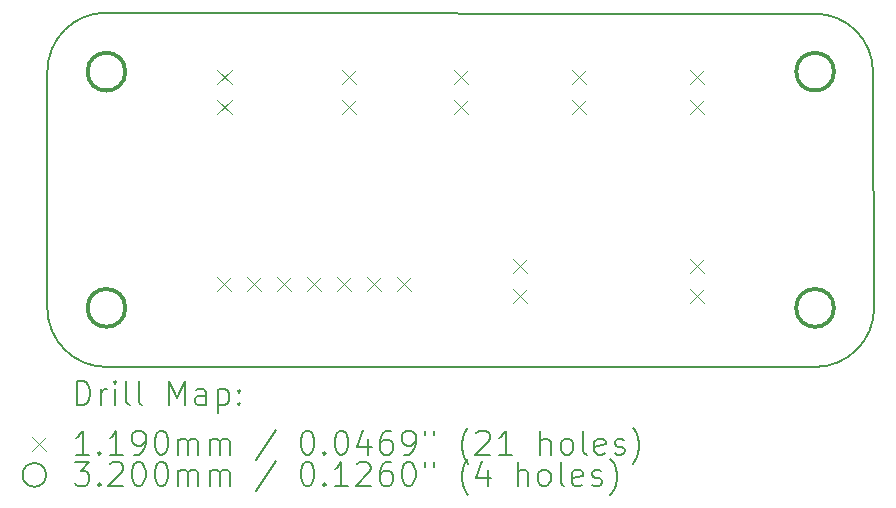
<source format=gbr>
%TF.GenerationSoftware,KiCad,Pcbnew,8.0.7*%
%TF.CreationDate,2025-01-27T22:31:37-06:00*%
%TF.ProjectId,teensy-acc-pcb,7465656e-7379-42d6-9163-632d7063622e,rev?*%
%TF.SameCoordinates,Original*%
%TF.FileFunction,Drillmap*%
%TF.FilePolarity,Positive*%
%FSLAX45Y45*%
G04 Gerber Fmt 4.5, Leading zero omitted, Abs format (unit mm)*
G04 Created by KiCad (PCBNEW 8.0.7) date 2025-01-27 22:31:37*
%MOMM*%
%LPD*%
G01*
G04 APERTURE LIST*
%ADD10C,0.200000*%
%ADD11C,0.119000*%
%ADD12C,0.320000*%
G04 APERTURE END LIST*
D10*
X8500000Y-8500000D02*
X8500000Y-10500000D01*
X15000000Y-8009709D02*
X9000000Y-8000000D01*
X15000000Y-11000000D02*
X9000000Y-11000000D01*
X15490290Y-8500000D02*
X15500000Y-10500000D01*
X8500000Y-8500000D02*
G75*
G02*
X9000000Y-8000000I500000J0D01*
G01*
X9000000Y-11000000D02*
G75*
G02*
X8500000Y-10500000I0J500000D01*
G01*
X15500000Y-10500000D02*
G75*
G02*
X15000000Y-11000000I-500000J0D01*
G01*
X15000000Y-8009709D02*
G75*
G02*
X15490290Y-8500000I0J-490290D01*
G01*
D11*
X9936500Y-10240500D02*
X10055500Y-10359500D01*
X10055500Y-10240500D02*
X9936500Y-10359500D01*
X9940500Y-8486500D02*
X10059500Y-8605500D01*
X10059500Y-8486500D02*
X9940500Y-8605500D01*
X9940500Y-8740500D02*
X10059500Y-8859500D01*
X10059500Y-8740500D02*
X9940500Y-8859500D01*
X10190500Y-10240500D02*
X10309500Y-10359500D01*
X10309500Y-10240500D02*
X10190500Y-10359500D01*
X10444500Y-10240500D02*
X10563500Y-10359500D01*
X10563500Y-10240500D02*
X10444500Y-10359500D01*
X10698500Y-10240500D02*
X10817500Y-10359500D01*
X10817500Y-10240500D02*
X10698500Y-10359500D01*
X10952500Y-10240500D02*
X11071500Y-10359500D01*
X11071500Y-10240500D02*
X10952500Y-10359500D01*
X10994500Y-8486500D02*
X11113500Y-8605500D01*
X11113500Y-8486500D02*
X10994500Y-8605500D01*
X10994500Y-8740500D02*
X11113500Y-8859500D01*
X11113500Y-8740500D02*
X10994500Y-8859500D01*
X11206500Y-10240500D02*
X11325500Y-10359500D01*
X11325500Y-10240500D02*
X11206500Y-10359500D01*
X11460500Y-10240500D02*
X11579500Y-10359500D01*
X11579500Y-10240500D02*
X11460500Y-10359500D01*
X11944500Y-8486500D02*
X12063500Y-8605500D01*
X12063500Y-8486500D02*
X11944500Y-8605500D01*
X11944500Y-8740500D02*
X12063500Y-8859500D01*
X12063500Y-8740500D02*
X11944500Y-8859500D01*
X12440500Y-10086500D02*
X12559500Y-10205500D01*
X12559500Y-10086500D02*
X12440500Y-10205500D01*
X12440500Y-10340500D02*
X12559500Y-10459500D01*
X12559500Y-10340500D02*
X12440500Y-10459500D01*
X12944500Y-8486500D02*
X13063500Y-8605500D01*
X13063500Y-8486500D02*
X12944500Y-8605500D01*
X12944500Y-8740500D02*
X13063500Y-8859500D01*
X13063500Y-8740500D02*
X12944500Y-8859500D01*
X13940500Y-10086500D02*
X14059500Y-10205500D01*
X14059500Y-10086500D02*
X13940500Y-10205500D01*
X13940500Y-10340500D02*
X14059500Y-10459500D01*
X14059500Y-10340500D02*
X13940500Y-10459500D01*
X13944500Y-8486500D02*
X14063500Y-8605500D01*
X14063500Y-8486500D02*
X13944500Y-8605500D01*
X13944500Y-8740500D02*
X14063500Y-8859500D01*
X14063500Y-8740500D02*
X13944500Y-8859500D01*
D12*
X9160000Y-8500000D02*
G75*
G02*
X8840000Y-8500000I-160000J0D01*
G01*
X8840000Y-8500000D02*
G75*
G02*
X9160000Y-8500000I160000J0D01*
G01*
X9160000Y-10500000D02*
G75*
G02*
X8840000Y-10500000I-160000J0D01*
G01*
X8840000Y-10500000D02*
G75*
G02*
X9160000Y-10500000I160000J0D01*
G01*
X15160000Y-8500000D02*
G75*
G02*
X14840000Y-8500000I-160000J0D01*
G01*
X14840000Y-8500000D02*
G75*
G02*
X15160000Y-8500000I160000J0D01*
G01*
X15160000Y-10500000D02*
G75*
G02*
X14840000Y-10500000I-160000J0D01*
G01*
X14840000Y-10500000D02*
G75*
G02*
X15160000Y-10500000I160000J0D01*
G01*
D10*
X8750777Y-11321484D02*
X8750777Y-11121484D01*
X8750777Y-11121484D02*
X8798396Y-11121484D01*
X8798396Y-11121484D02*
X8826967Y-11131008D01*
X8826967Y-11131008D02*
X8846015Y-11150055D01*
X8846015Y-11150055D02*
X8855539Y-11169103D01*
X8855539Y-11169103D02*
X8865063Y-11207198D01*
X8865063Y-11207198D02*
X8865063Y-11235769D01*
X8865063Y-11235769D02*
X8855539Y-11273865D01*
X8855539Y-11273865D02*
X8846015Y-11292912D01*
X8846015Y-11292912D02*
X8826967Y-11311960D01*
X8826967Y-11311960D02*
X8798396Y-11321484D01*
X8798396Y-11321484D02*
X8750777Y-11321484D01*
X8950777Y-11321484D02*
X8950777Y-11188150D01*
X8950777Y-11226246D02*
X8960301Y-11207198D01*
X8960301Y-11207198D02*
X8969824Y-11197674D01*
X8969824Y-11197674D02*
X8988872Y-11188150D01*
X8988872Y-11188150D02*
X9007920Y-11188150D01*
X9074586Y-11321484D02*
X9074586Y-11188150D01*
X9074586Y-11121484D02*
X9065063Y-11131008D01*
X9065063Y-11131008D02*
X9074586Y-11140531D01*
X9074586Y-11140531D02*
X9084110Y-11131008D01*
X9084110Y-11131008D02*
X9074586Y-11121484D01*
X9074586Y-11121484D02*
X9074586Y-11140531D01*
X9198396Y-11321484D02*
X9179348Y-11311960D01*
X9179348Y-11311960D02*
X9169824Y-11292912D01*
X9169824Y-11292912D02*
X9169824Y-11121484D01*
X9303158Y-11321484D02*
X9284110Y-11311960D01*
X9284110Y-11311960D02*
X9274586Y-11292912D01*
X9274586Y-11292912D02*
X9274586Y-11121484D01*
X9531729Y-11321484D02*
X9531729Y-11121484D01*
X9531729Y-11121484D02*
X9598396Y-11264341D01*
X9598396Y-11264341D02*
X9665063Y-11121484D01*
X9665063Y-11121484D02*
X9665063Y-11321484D01*
X9846015Y-11321484D02*
X9846015Y-11216722D01*
X9846015Y-11216722D02*
X9836491Y-11197674D01*
X9836491Y-11197674D02*
X9817444Y-11188150D01*
X9817444Y-11188150D02*
X9779348Y-11188150D01*
X9779348Y-11188150D02*
X9760301Y-11197674D01*
X9846015Y-11311960D02*
X9826967Y-11321484D01*
X9826967Y-11321484D02*
X9779348Y-11321484D01*
X9779348Y-11321484D02*
X9760301Y-11311960D01*
X9760301Y-11311960D02*
X9750777Y-11292912D01*
X9750777Y-11292912D02*
X9750777Y-11273865D01*
X9750777Y-11273865D02*
X9760301Y-11254817D01*
X9760301Y-11254817D02*
X9779348Y-11245293D01*
X9779348Y-11245293D02*
X9826967Y-11245293D01*
X9826967Y-11245293D02*
X9846015Y-11235769D01*
X9941253Y-11188150D02*
X9941253Y-11388150D01*
X9941253Y-11197674D02*
X9960301Y-11188150D01*
X9960301Y-11188150D02*
X9998396Y-11188150D01*
X9998396Y-11188150D02*
X10017444Y-11197674D01*
X10017444Y-11197674D02*
X10026967Y-11207198D01*
X10026967Y-11207198D02*
X10036491Y-11226246D01*
X10036491Y-11226246D02*
X10036491Y-11283388D01*
X10036491Y-11283388D02*
X10026967Y-11302436D01*
X10026967Y-11302436D02*
X10017444Y-11311960D01*
X10017444Y-11311960D02*
X9998396Y-11321484D01*
X9998396Y-11321484D02*
X9960301Y-11321484D01*
X9960301Y-11321484D02*
X9941253Y-11311960D01*
X10122205Y-11302436D02*
X10131729Y-11311960D01*
X10131729Y-11311960D02*
X10122205Y-11321484D01*
X10122205Y-11321484D02*
X10112682Y-11311960D01*
X10112682Y-11311960D02*
X10122205Y-11302436D01*
X10122205Y-11302436D02*
X10122205Y-11321484D01*
X10122205Y-11197674D02*
X10131729Y-11207198D01*
X10131729Y-11207198D02*
X10122205Y-11216722D01*
X10122205Y-11216722D02*
X10112682Y-11207198D01*
X10112682Y-11207198D02*
X10122205Y-11197674D01*
X10122205Y-11197674D02*
X10122205Y-11216722D01*
D11*
X8371000Y-11590500D02*
X8490000Y-11709500D01*
X8490000Y-11590500D02*
X8371000Y-11709500D01*
D10*
X8855539Y-11741484D02*
X8741253Y-11741484D01*
X8798396Y-11741484D02*
X8798396Y-11541484D01*
X8798396Y-11541484D02*
X8779348Y-11570055D01*
X8779348Y-11570055D02*
X8760301Y-11589103D01*
X8760301Y-11589103D02*
X8741253Y-11598627D01*
X8941253Y-11722436D02*
X8950777Y-11731960D01*
X8950777Y-11731960D02*
X8941253Y-11741484D01*
X8941253Y-11741484D02*
X8931729Y-11731960D01*
X8931729Y-11731960D02*
X8941253Y-11722436D01*
X8941253Y-11722436D02*
X8941253Y-11741484D01*
X9141253Y-11741484D02*
X9026967Y-11741484D01*
X9084110Y-11741484D02*
X9084110Y-11541484D01*
X9084110Y-11541484D02*
X9065063Y-11570055D01*
X9065063Y-11570055D02*
X9046015Y-11589103D01*
X9046015Y-11589103D02*
X9026967Y-11598627D01*
X9236491Y-11741484D02*
X9274586Y-11741484D01*
X9274586Y-11741484D02*
X9293634Y-11731960D01*
X9293634Y-11731960D02*
X9303158Y-11722436D01*
X9303158Y-11722436D02*
X9322205Y-11693865D01*
X9322205Y-11693865D02*
X9331729Y-11655769D01*
X9331729Y-11655769D02*
X9331729Y-11579579D01*
X9331729Y-11579579D02*
X9322205Y-11560531D01*
X9322205Y-11560531D02*
X9312682Y-11551008D01*
X9312682Y-11551008D02*
X9293634Y-11541484D01*
X9293634Y-11541484D02*
X9255539Y-11541484D01*
X9255539Y-11541484D02*
X9236491Y-11551008D01*
X9236491Y-11551008D02*
X9226967Y-11560531D01*
X9226967Y-11560531D02*
X9217444Y-11579579D01*
X9217444Y-11579579D02*
X9217444Y-11627198D01*
X9217444Y-11627198D02*
X9226967Y-11646246D01*
X9226967Y-11646246D02*
X9236491Y-11655769D01*
X9236491Y-11655769D02*
X9255539Y-11665293D01*
X9255539Y-11665293D02*
X9293634Y-11665293D01*
X9293634Y-11665293D02*
X9312682Y-11655769D01*
X9312682Y-11655769D02*
X9322205Y-11646246D01*
X9322205Y-11646246D02*
X9331729Y-11627198D01*
X9455539Y-11541484D02*
X9474586Y-11541484D01*
X9474586Y-11541484D02*
X9493634Y-11551008D01*
X9493634Y-11551008D02*
X9503158Y-11560531D01*
X9503158Y-11560531D02*
X9512682Y-11579579D01*
X9512682Y-11579579D02*
X9522205Y-11617674D01*
X9522205Y-11617674D02*
X9522205Y-11665293D01*
X9522205Y-11665293D02*
X9512682Y-11703388D01*
X9512682Y-11703388D02*
X9503158Y-11722436D01*
X9503158Y-11722436D02*
X9493634Y-11731960D01*
X9493634Y-11731960D02*
X9474586Y-11741484D01*
X9474586Y-11741484D02*
X9455539Y-11741484D01*
X9455539Y-11741484D02*
X9436491Y-11731960D01*
X9436491Y-11731960D02*
X9426967Y-11722436D01*
X9426967Y-11722436D02*
X9417444Y-11703388D01*
X9417444Y-11703388D02*
X9407920Y-11665293D01*
X9407920Y-11665293D02*
X9407920Y-11617674D01*
X9407920Y-11617674D02*
X9417444Y-11579579D01*
X9417444Y-11579579D02*
X9426967Y-11560531D01*
X9426967Y-11560531D02*
X9436491Y-11551008D01*
X9436491Y-11551008D02*
X9455539Y-11541484D01*
X9607920Y-11741484D02*
X9607920Y-11608150D01*
X9607920Y-11627198D02*
X9617444Y-11617674D01*
X9617444Y-11617674D02*
X9636491Y-11608150D01*
X9636491Y-11608150D02*
X9665063Y-11608150D01*
X9665063Y-11608150D02*
X9684110Y-11617674D01*
X9684110Y-11617674D02*
X9693634Y-11636722D01*
X9693634Y-11636722D02*
X9693634Y-11741484D01*
X9693634Y-11636722D02*
X9703158Y-11617674D01*
X9703158Y-11617674D02*
X9722205Y-11608150D01*
X9722205Y-11608150D02*
X9750777Y-11608150D01*
X9750777Y-11608150D02*
X9769825Y-11617674D01*
X9769825Y-11617674D02*
X9779348Y-11636722D01*
X9779348Y-11636722D02*
X9779348Y-11741484D01*
X9874586Y-11741484D02*
X9874586Y-11608150D01*
X9874586Y-11627198D02*
X9884110Y-11617674D01*
X9884110Y-11617674D02*
X9903158Y-11608150D01*
X9903158Y-11608150D02*
X9931729Y-11608150D01*
X9931729Y-11608150D02*
X9950777Y-11617674D01*
X9950777Y-11617674D02*
X9960301Y-11636722D01*
X9960301Y-11636722D02*
X9960301Y-11741484D01*
X9960301Y-11636722D02*
X9969825Y-11617674D01*
X9969825Y-11617674D02*
X9988872Y-11608150D01*
X9988872Y-11608150D02*
X10017444Y-11608150D01*
X10017444Y-11608150D02*
X10036491Y-11617674D01*
X10036491Y-11617674D02*
X10046015Y-11636722D01*
X10046015Y-11636722D02*
X10046015Y-11741484D01*
X10436491Y-11531960D02*
X10265063Y-11789103D01*
X10693634Y-11541484D02*
X10712682Y-11541484D01*
X10712682Y-11541484D02*
X10731729Y-11551008D01*
X10731729Y-11551008D02*
X10741253Y-11560531D01*
X10741253Y-11560531D02*
X10750777Y-11579579D01*
X10750777Y-11579579D02*
X10760301Y-11617674D01*
X10760301Y-11617674D02*
X10760301Y-11665293D01*
X10760301Y-11665293D02*
X10750777Y-11703388D01*
X10750777Y-11703388D02*
X10741253Y-11722436D01*
X10741253Y-11722436D02*
X10731729Y-11731960D01*
X10731729Y-11731960D02*
X10712682Y-11741484D01*
X10712682Y-11741484D02*
X10693634Y-11741484D01*
X10693634Y-11741484D02*
X10674587Y-11731960D01*
X10674587Y-11731960D02*
X10665063Y-11722436D01*
X10665063Y-11722436D02*
X10655539Y-11703388D01*
X10655539Y-11703388D02*
X10646015Y-11665293D01*
X10646015Y-11665293D02*
X10646015Y-11617674D01*
X10646015Y-11617674D02*
X10655539Y-11579579D01*
X10655539Y-11579579D02*
X10665063Y-11560531D01*
X10665063Y-11560531D02*
X10674587Y-11551008D01*
X10674587Y-11551008D02*
X10693634Y-11541484D01*
X10846015Y-11722436D02*
X10855539Y-11731960D01*
X10855539Y-11731960D02*
X10846015Y-11741484D01*
X10846015Y-11741484D02*
X10836491Y-11731960D01*
X10836491Y-11731960D02*
X10846015Y-11722436D01*
X10846015Y-11722436D02*
X10846015Y-11741484D01*
X10979348Y-11541484D02*
X10998396Y-11541484D01*
X10998396Y-11541484D02*
X11017444Y-11551008D01*
X11017444Y-11551008D02*
X11026968Y-11560531D01*
X11026968Y-11560531D02*
X11036491Y-11579579D01*
X11036491Y-11579579D02*
X11046015Y-11617674D01*
X11046015Y-11617674D02*
X11046015Y-11665293D01*
X11046015Y-11665293D02*
X11036491Y-11703388D01*
X11036491Y-11703388D02*
X11026968Y-11722436D01*
X11026968Y-11722436D02*
X11017444Y-11731960D01*
X11017444Y-11731960D02*
X10998396Y-11741484D01*
X10998396Y-11741484D02*
X10979348Y-11741484D01*
X10979348Y-11741484D02*
X10960301Y-11731960D01*
X10960301Y-11731960D02*
X10950777Y-11722436D01*
X10950777Y-11722436D02*
X10941253Y-11703388D01*
X10941253Y-11703388D02*
X10931729Y-11665293D01*
X10931729Y-11665293D02*
X10931729Y-11617674D01*
X10931729Y-11617674D02*
X10941253Y-11579579D01*
X10941253Y-11579579D02*
X10950777Y-11560531D01*
X10950777Y-11560531D02*
X10960301Y-11551008D01*
X10960301Y-11551008D02*
X10979348Y-11541484D01*
X11217444Y-11608150D02*
X11217444Y-11741484D01*
X11169825Y-11531960D02*
X11122206Y-11674817D01*
X11122206Y-11674817D02*
X11246015Y-11674817D01*
X11407920Y-11541484D02*
X11369825Y-11541484D01*
X11369825Y-11541484D02*
X11350777Y-11551008D01*
X11350777Y-11551008D02*
X11341253Y-11560531D01*
X11341253Y-11560531D02*
X11322206Y-11589103D01*
X11322206Y-11589103D02*
X11312682Y-11627198D01*
X11312682Y-11627198D02*
X11312682Y-11703388D01*
X11312682Y-11703388D02*
X11322206Y-11722436D01*
X11322206Y-11722436D02*
X11331729Y-11731960D01*
X11331729Y-11731960D02*
X11350777Y-11741484D01*
X11350777Y-11741484D02*
X11388872Y-11741484D01*
X11388872Y-11741484D02*
X11407920Y-11731960D01*
X11407920Y-11731960D02*
X11417444Y-11722436D01*
X11417444Y-11722436D02*
X11426967Y-11703388D01*
X11426967Y-11703388D02*
X11426967Y-11655769D01*
X11426967Y-11655769D02*
X11417444Y-11636722D01*
X11417444Y-11636722D02*
X11407920Y-11627198D01*
X11407920Y-11627198D02*
X11388872Y-11617674D01*
X11388872Y-11617674D02*
X11350777Y-11617674D01*
X11350777Y-11617674D02*
X11331729Y-11627198D01*
X11331729Y-11627198D02*
X11322206Y-11636722D01*
X11322206Y-11636722D02*
X11312682Y-11655769D01*
X11522206Y-11741484D02*
X11560301Y-11741484D01*
X11560301Y-11741484D02*
X11579348Y-11731960D01*
X11579348Y-11731960D02*
X11588872Y-11722436D01*
X11588872Y-11722436D02*
X11607920Y-11693865D01*
X11607920Y-11693865D02*
X11617444Y-11655769D01*
X11617444Y-11655769D02*
X11617444Y-11579579D01*
X11617444Y-11579579D02*
X11607920Y-11560531D01*
X11607920Y-11560531D02*
X11598396Y-11551008D01*
X11598396Y-11551008D02*
X11579348Y-11541484D01*
X11579348Y-11541484D02*
X11541253Y-11541484D01*
X11541253Y-11541484D02*
X11522206Y-11551008D01*
X11522206Y-11551008D02*
X11512682Y-11560531D01*
X11512682Y-11560531D02*
X11503158Y-11579579D01*
X11503158Y-11579579D02*
X11503158Y-11627198D01*
X11503158Y-11627198D02*
X11512682Y-11646246D01*
X11512682Y-11646246D02*
X11522206Y-11655769D01*
X11522206Y-11655769D02*
X11541253Y-11665293D01*
X11541253Y-11665293D02*
X11579348Y-11665293D01*
X11579348Y-11665293D02*
X11598396Y-11655769D01*
X11598396Y-11655769D02*
X11607920Y-11646246D01*
X11607920Y-11646246D02*
X11617444Y-11627198D01*
X11693634Y-11541484D02*
X11693634Y-11579579D01*
X11769825Y-11541484D02*
X11769825Y-11579579D01*
X12065063Y-11817674D02*
X12055539Y-11808150D01*
X12055539Y-11808150D02*
X12036491Y-11779579D01*
X12036491Y-11779579D02*
X12026968Y-11760531D01*
X12026968Y-11760531D02*
X12017444Y-11731960D01*
X12017444Y-11731960D02*
X12007920Y-11684341D01*
X12007920Y-11684341D02*
X12007920Y-11646246D01*
X12007920Y-11646246D02*
X12017444Y-11598627D01*
X12017444Y-11598627D02*
X12026968Y-11570055D01*
X12026968Y-11570055D02*
X12036491Y-11551008D01*
X12036491Y-11551008D02*
X12055539Y-11522436D01*
X12055539Y-11522436D02*
X12065063Y-11512912D01*
X12131729Y-11560531D02*
X12141253Y-11551008D01*
X12141253Y-11551008D02*
X12160301Y-11541484D01*
X12160301Y-11541484D02*
X12207920Y-11541484D01*
X12207920Y-11541484D02*
X12226968Y-11551008D01*
X12226968Y-11551008D02*
X12236491Y-11560531D01*
X12236491Y-11560531D02*
X12246015Y-11579579D01*
X12246015Y-11579579D02*
X12246015Y-11598627D01*
X12246015Y-11598627D02*
X12236491Y-11627198D01*
X12236491Y-11627198D02*
X12122206Y-11741484D01*
X12122206Y-11741484D02*
X12246015Y-11741484D01*
X12436491Y-11741484D02*
X12322206Y-11741484D01*
X12379348Y-11741484D02*
X12379348Y-11541484D01*
X12379348Y-11541484D02*
X12360301Y-11570055D01*
X12360301Y-11570055D02*
X12341253Y-11589103D01*
X12341253Y-11589103D02*
X12322206Y-11598627D01*
X12674587Y-11741484D02*
X12674587Y-11541484D01*
X12760301Y-11741484D02*
X12760301Y-11636722D01*
X12760301Y-11636722D02*
X12750777Y-11617674D01*
X12750777Y-11617674D02*
X12731730Y-11608150D01*
X12731730Y-11608150D02*
X12703158Y-11608150D01*
X12703158Y-11608150D02*
X12684110Y-11617674D01*
X12684110Y-11617674D02*
X12674587Y-11627198D01*
X12884110Y-11741484D02*
X12865063Y-11731960D01*
X12865063Y-11731960D02*
X12855539Y-11722436D01*
X12855539Y-11722436D02*
X12846015Y-11703388D01*
X12846015Y-11703388D02*
X12846015Y-11646246D01*
X12846015Y-11646246D02*
X12855539Y-11627198D01*
X12855539Y-11627198D02*
X12865063Y-11617674D01*
X12865063Y-11617674D02*
X12884110Y-11608150D01*
X12884110Y-11608150D02*
X12912682Y-11608150D01*
X12912682Y-11608150D02*
X12931730Y-11617674D01*
X12931730Y-11617674D02*
X12941253Y-11627198D01*
X12941253Y-11627198D02*
X12950777Y-11646246D01*
X12950777Y-11646246D02*
X12950777Y-11703388D01*
X12950777Y-11703388D02*
X12941253Y-11722436D01*
X12941253Y-11722436D02*
X12931730Y-11731960D01*
X12931730Y-11731960D02*
X12912682Y-11741484D01*
X12912682Y-11741484D02*
X12884110Y-11741484D01*
X13065063Y-11741484D02*
X13046015Y-11731960D01*
X13046015Y-11731960D02*
X13036491Y-11712912D01*
X13036491Y-11712912D02*
X13036491Y-11541484D01*
X13217444Y-11731960D02*
X13198396Y-11741484D01*
X13198396Y-11741484D02*
X13160301Y-11741484D01*
X13160301Y-11741484D02*
X13141253Y-11731960D01*
X13141253Y-11731960D02*
X13131730Y-11712912D01*
X13131730Y-11712912D02*
X13131730Y-11636722D01*
X13131730Y-11636722D02*
X13141253Y-11617674D01*
X13141253Y-11617674D02*
X13160301Y-11608150D01*
X13160301Y-11608150D02*
X13198396Y-11608150D01*
X13198396Y-11608150D02*
X13217444Y-11617674D01*
X13217444Y-11617674D02*
X13226968Y-11636722D01*
X13226968Y-11636722D02*
X13226968Y-11655769D01*
X13226968Y-11655769D02*
X13131730Y-11674817D01*
X13303158Y-11731960D02*
X13322206Y-11741484D01*
X13322206Y-11741484D02*
X13360301Y-11741484D01*
X13360301Y-11741484D02*
X13379349Y-11731960D01*
X13379349Y-11731960D02*
X13388872Y-11712912D01*
X13388872Y-11712912D02*
X13388872Y-11703388D01*
X13388872Y-11703388D02*
X13379349Y-11684341D01*
X13379349Y-11684341D02*
X13360301Y-11674817D01*
X13360301Y-11674817D02*
X13331730Y-11674817D01*
X13331730Y-11674817D02*
X13312682Y-11665293D01*
X13312682Y-11665293D02*
X13303158Y-11646246D01*
X13303158Y-11646246D02*
X13303158Y-11636722D01*
X13303158Y-11636722D02*
X13312682Y-11617674D01*
X13312682Y-11617674D02*
X13331730Y-11608150D01*
X13331730Y-11608150D02*
X13360301Y-11608150D01*
X13360301Y-11608150D02*
X13379349Y-11617674D01*
X13455539Y-11817674D02*
X13465063Y-11808150D01*
X13465063Y-11808150D02*
X13484111Y-11779579D01*
X13484111Y-11779579D02*
X13493634Y-11760531D01*
X13493634Y-11760531D02*
X13503158Y-11731960D01*
X13503158Y-11731960D02*
X13512682Y-11684341D01*
X13512682Y-11684341D02*
X13512682Y-11646246D01*
X13512682Y-11646246D02*
X13503158Y-11598627D01*
X13503158Y-11598627D02*
X13493634Y-11570055D01*
X13493634Y-11570055D02*
X13484111Y-11551008D01*
X13484111Y-11551008D02*
X13465063Y-11522436D01*
X13465063Y-11522436D02*
X13455539Y-11512912D01*
X8490000Y-11914000D02*
G75*
G02*
X8290000Y-11914000I-100000J0D01*
G01*
X8290000Y-11914000D02*
G75*
G02*
X8490000Y-11914000I100000J0D01*
G01*
X8731729Y-11805484D02*
X8855539Y-11805484D01*
X8855539Y-11805484D02*
X8788872Y-11881674D01*
X8788872Y-11881674D02*
X8817444Y-11881674D01*
X8817444Y-11881674D02*
X8836491Y-11891198D01*
X8836491Y-11891198D02*
X8846015Y-11900722D01*
X8846015Y-11900722D02*
X8855539Y-11919769D01*
X8855539Y-11919769D02*
X8855539Y-11967388D01*
X8855539Y-11967388D02*
X8846015Y-11986436D01*
X8846015Y-11986436D02*
X8836491Y-11995960D01*
X8836491Y-11995960D02*
X8817444Y-12005484D01*
X8817444Y-12005484D02*
X8760301Y-12005484D01*
X8760301Y-12005484D02*
X8741253Y-11995960D01*
X8741253Y-11995960D02*
X8731729Y-11986436D01*
X8941253Y-11986436D02*
X8950777Y-11995960D01*
X8950777Y-11995960D02*
X8941253Y-12005484D01*
X8941253Y-12005484D02*
X8931729Y-11995960D01*
X8931729Y-11995960D02*
X8941253Y-11986436D01*
X8941253Y-11986436D02*
X8941253Y-12005484D01*
X9026967Y-11824531D02*
X9036491Y-11815008D01*
X9036491Y-11815008D02*
X9055539Y-11805484D01*
X9055539Y-11805484D02*
X9103158Y-11805484D01*
X9103158Y-11805484D02*
X9122205Y-11815008D01*
X9122205Y-11815008D02*
X9131729Y-11824531D01*
X9131729Y-11824531D02*
X9141253Y-11843579D01*
X9141253Y-11843579D02*
X9141253Y-11862627D01*
X9141253Y-11862627D02*
X9131729Y-11891198D01*
X9131729Y-11891198D02*
X9017444Y-12005484D01*
X9017444Y-12005484D02*
X9141253Y-12005484D01*
X9265063Y-11805484D02*
X9284110Y-11805484D01*
X9284110Y-11805484D02*
X9303158Y-11815008D01*
X9303158Y-11815008D02*
X9312682Y-11824531D01*
X9312682Y-11824531D02*
X9322205Y-11843579D01*
X9322205Y-11843579D02*
X9331729Y-11881674D01*
X9331729Y-11881674D02*
X9331729Y-11929293D01*
X9331729Y-11929293D02*
X9322205Y-11967388D01*
X9322205Y-11967388D02*
X9312682Y-11986436D01*
X9312682Y-11986436D02*
X9303158Y-11995960D01*
X9303158Y-11995960D02*
X9284110Y-12005484D01*
X9284110Y-12005484D02*
X9265063Y-12005484D01*
X9265063Y-12005484D02*
X9246015Y-11995960D01*
X9246015Y-11995960D02*
X9236491Y-11986436D01*
X9236491Y-11986436D02*
X9226967Y-11967388D01*
X9226967Y-11967388D02*
X9217444Y-11929293D01*
X9217444Y-11929293D02*
X9217444Y-11881674D01*
X9217444Y-11881674D02*
X9226967Y-11843579D01*
X9226967Y-11843579D02*
X9236491Y-11824531D01*
X9236491Y-11824531D02*
X9246015Y-11815008D01*
X9246015Y-11815008D02*
X9265063Y-11805484D01*
X9455539Y-11805484D02*
X9474586Y-11805484D01*
X9474586Y-11805484D02*
X9493634Y-11815008D01*
X9493634Y-11815008D02*
X9503158Y-11824531D01*
X9503158Y-11824531D02*
X9512682Y-11843579D01*
X9512682Y-11843579D02*
X9522205Y-11881674D01*
X9522205Y-11881674D02*
X9522205Y-11929293D01*
X9522205Y-11929293D02*
X9512682Y-11967388D01*
X9512682Y-11967388D02*
X9503158Y-11986436D01*
X9503158Y-11986436D02*
X9493634Y-11995960D01*
X9493634Y-11995960D02*
X9474586Y-12005484D01*
X9474586Y-12005484D02*
X9455539Y-12005484D01*
X9455539Y-12005484D02*
X9436491Y-11995960D01*
X9436491Y-11995960D02*
X9426967Y-11986436D01*
X9426967Y-11986436D02*
X9417444Y-11967388D01*
X9417444Y-11967388D02*
X9407920Y-11929293D01*
X9407920Y-11929293D02*
X9407920Y-11881674D01*
X9407920Y-11881674D02*
X9417444Y-11843579D01*
X9417444Y-11843579D02*
X9426967Y-11824531D01*
X9426967Y-11824531D02*
X9436491Y-11815008D01*
X9436491Y-11815008D02*
X9455539Y-11805484D01*
X9607920Y-12005484D02*
X9607920Y-11872150D01*
X9607920Y-11891198D02*
X9617444Y-11881674D01*
X9617444Y-11881674D02*
X9636491Y-11872150D01*
X9636491Y-11872150D02*
X9665063Y-11872150D01*
X9665063Y-11872150D02*
X9684110Y-11881674D01*
X9684110Y-11881674D02*
X9693634Y-11900722D01*
X9693634Y-11900722D02*
X9693634Y-12005484D01*
X9693634Y-11900722D02*
X9703158Y-11881674D01*
X9703158Y-11881674D02*
X9722205Y-11872150D01*
X9722205Y-11872150D02*
X9750777Y-11872150D01*
X9750777Y-11872150D02*
X9769825Y-11881674D01*
X9769825Y-11881674D02*
X9779348Y-11900722D01*
X9779348Y-11900722D02*
X9779348Y-12005484D01*
X9874586Y-12005484D02*
X9874586Y-11872150D01*
X9874586Y-11891198D02*
X9884110Y-11881674D01*
X9884110Y-11881674D02*
X9903158Y-11872150D01*
X9903158Y-11872150D02*
X9931729Y-11872150D01*
X9931729Y-11872150D02*
X9950777Y-11881674D01*
X9950777Y-11881674D02*
X9960301Y-11900722D01*
X9960301Y-11900722D02*
X9960301Y-12005484D01*
X9960301Y-11900722D02*
X9969825Y-11881674D01*
X9969825Y-11881674D02*
X9988872Y-11872150D01*
X9988872Y-11872150D02*
X10017444Y-11872150D01*
X10017444Y-11872150D02*
X10036491Y-11881674D01*
X10036491Y-11881674D02*
X10046015Y-11900722D01*
X10046015Y-11900722D02*
X10046015Y-12005484D01*
X10436491Y-11795960D02*
X10265063Y-12053103D01*
X10693634Y-11805484D02*
X10712682Y-11805484D01*
X10712682Y-11805484D02*
X10731729Y-11815008D01*
X10731729Y-11815008D02*
X10741253Y-11824531D01*
X10741253Y-11824531D02*
X10750777Y-11843579D01*
X10750777Y-11843579D02*
X10760301Y-11881674D01*
X10760301Y-11881674D02*
X10760301Y-11929293D01*
X10760301Y-11929293D02*
X10750777Y-11967388D01*
X10750777Y-11967388D02*
X10741253Y-11986436D01*
X10741253Y-11986436D02*
X10731729Y-11995960D01*
X10731729Y-11995960D02*
X10712682Y-12005484D01*
X10712682Y-12005484D02*
X10693634Y-12005484D01*
X10693634Y-12005484D02*
X10674587Y-11995960D01*
X10674587Y-11995960D02*
X10665063Y-11986436D01*
X10665063Y-11986436D02*
X10655539Y-11967388D01*
X10655539Y-11967388D02*
X10646015Y-11929293D01*
X10646015Y-11929293D02*
X10646015Y-11881674D01*
X10646015Y-11881674D02*
X10655539Y-11843579D01*
X10655539Y-11843579D02*
X10665063Y-11824531D01*
X10665063Y-11824531D02*
X10674587Y-11815008D01*
X10674587Y-11815008D02*
X10693634Y-11805484D01*
X10846015Y-11986436D02*
X10855539Y-11995960D01*
X10855539Y-11995960D02*
X10846015Y-12005484D01*
X10846015Y-12005484D02*
X10836491Y-11995960D01*
X10836491Y-11995960D02*
X10846015Y-11986436D01*
X10846015Y-11986436D02*
X10846015Y-12005484D01*
X11046015Y-12005484D02*
X10931729Y-12005484D01*
X10988872Y-12005484D02*
X10988872Y-11805484D01*
X10988872Y-11805484D02*
X10969825Y-11834055D01*
X10969825Y-11834055D02*
X10950777Y-11853103D01*
X10950777Y-11853103D02*
X10931729Y-11862627D01*
X11122206Y-11824531D02*
X11131729Y-11815008D01*
X11131729Y-11815008D02*
X11150777Y-11805484D01*
X11150777Y-11805484D02*
X11198396Y-11805484D01*
X11198396Y-11805484D02*
X11217444Y-11815008D01*
X11217444Y-11815008D02*
X11226967Y-11824531D01*
X11226967Y-11824531D02*
X11236491Y-11843579D01*
X11236491Y-11843579D02*
X11236491Y-11862627D01*
X11236491Y-11862627D02*
X11226967Y-11891198D01*
X11226967Y-11891198D02*
X11112682Y-12005484D01*
X11112682Y-12005484D02*
X11236491Y-12005484D01*
X11407920Y-11805484D02*
X11369825Y-11805484D01*
X11369825Y-11805484D02*
X11350777Y-11815008D01*
X11350777Y-11815008D02*
X11341253Y-11824531D01*
X11341253Y-11824531D02*
X11322206Y-11853103D01*
X11322206Y-11853103D02*
X11312682Y-11891198D01*
X11312682Y-11891198D02*
X11312682Y-11967388D01*
X11312682Y-11967388D02*
X11322206Y-11986436D01*
X11322206Y-11986436D02*
X11331729Y-11995960D01*
X11331729Y-11995960D02*
X11350777Y-12005484D01*
X11350777Y-12005484D02*
X11388872Y-12005484D01*
X11388872Y-12005484D02*
X11407920Y-11995960D01*
X11407920Y-11995960D02*
X11417444Y-11986436D01*
X11417444Y-11986436D02*
X11426967Y-11967388D01*
X11426967Y-11967388D02*
X11426967Y-11919769D01*
X11426967Y-11919769D02*
X11417444Y-11900722D01*
X11417444Y-11900722D02*
X11407920Y-11891198D01*
X11407920Y-11891198D02*
X11388872Y-11881674D01*
X11388872Y-11881674D02*
X11350777Y-11881674D01*
X11350777Y-11881674D02*
X11331729Y-11891198D01*
X11331729Y-11891198D02*
X11322206Y-11900722D01*
X11322206Y-11900722D02*
X11312682Y-11919769D01*
X11550777Y-11805484D02*
X11569825Y-11805484D01*
X11569825Y-11805484D02*
X11588872Y-11815008D01*
X11588872Y-11815008D02*
X11598396Y-11824531D01*
X11598396Y-11824531D02*
X11607920Y-11843579D01*
X11607920Y-11843579D02*
X11617444Y-11881674D01*
X11617444Y-11881674D02*
X11617444Y-11929293D01*
X11617444Y-11929293D02*
X11607920Y-11967388D01*
X11607920Y-11967388D02*
X11598396Y-11986436D01*
X11598396Y-11986436D02*
X11588872Y-11995960D01*
X11588872Y-11995960D02*
X11569825Y-12005484D01*
X11569825Y-12005484D02*
X11550777Y-12005484D01*
X11550777Y-12005484D02*
X11531729Y-11995960D01*
X11531729Y-11995960D02*
X11522206Y-11986436D01*
X11522206Y-11986436D02*
X11512682Y-11967388D01*
X11512682Y-11967388D02*
X11503158Y-11929293D01*
X11503158Y-11929293D02*
X11503158Y-11881674D01*
X11503158Y-11881674D02*
X11512682Y-11843579D01*
X11512682Y-11843579D02*
X11522206Y-11824531D01*
X11522206Y-11824531D02*
X11531729Y-11815008D01*
X11531729Y-11815008D02*
X11550777Y-11805484D01*
X11693634Y-11805484D02*
X11693634Y-11843579D01*
X11769825Y-11805484D02*
X11769825Y-11843579D01*
X12065063Y-12081674D02*
X12055539Y-12072150D01*
X12055539Y-12072150D02*
X12036491Y-12043579D01*
X12036491Y-12043579D02*
X12026968Y-12024531D01*
X12026968Y-12024531D02*
X12017444Y-11995960D01*
X12017444Y-11995960D02*
X12007920Y-11948341D01*
X12007920Y-11948341D02*
X12007920Y-11910246D01*
X12007920Y-11910246D02*
X12017444Y-11862627D01*
X12017444Y-11862627D02*
X12026968Y-11834055D01*
X12026968Y-11834055D02*
X12036491Y-11815008D01*
X12036491Y-11815008D02*
X12055539Y-11786436D01*
X12055539Y-11786436D02*
X12065063Y-11776912D01*
X12226968Y-11872150D02*
X12226968Y-12005484D01*
X12179348Y-11795960D02*
X12131729Y-11938817D01*
X12131729Y-11938817D02*
X12255539Y-11938817D01*
X12484110Y-12005484D02*
X12484110Y-11805484D01*
X12569825Y-12005484D02*
X12569825Y-11900722D01*
X12569825Y-11900722D02*
X12560301Y-11881674D01*
X12560301Y-11881674D02*
X12541253Y-11872150D01*
X12541253Y-11872150D02*
X12512682Y-11872150D01*
X12512682Y-11872150D02*
X12493634Y-11881674D01*
X12493634Y-11881674D02*
X12484110Y-11891198D01*
X12693634Y-12005484D02*
X12674587Y-11995960D01*
X12674587Y-11995960D02*
X12665063Y-11986436D01*
X12665063Y-11986436D02*
X12655539Y-11967388D01*
X12655539Y-11967388D02*
X12655539Y-11910246D01*
X12655539Y-11910246D02*
X12665063Y-11891198D01*
X12665063Y-11891198D02*
X12674587Y-11881674D01*
X12674587Y-11881674D02*
X12693634Y-11872150D01*
X12693634Y-11872150D02*
X12722206Y-11872150D01*
X12722206Y-11872150D02*
X12741253Y-11881674D01*
X12741253Y-11881674D02*
X12750777Y-11891198D01*
X12750777Y-11891198D02*
X12760301Y-11910246D01*
X12760301Y-11910246D02*
X12760301Y-11967388D01*
X12760301Y-11967388D02*
X12750777Y-11986436D01*
X12750777Y-11986436D02*
X12741253Y-11995960D01*
X12741253Y-11995960D02*
X12722206Y-12005484D01*
X12722206Y-12005484D02*
X12693634Y-12005484D01*
X12874587Y-12005484D02*
X12855539Y-11995960D01*
X12855539Y-11995960D02*
X12846015Y-11976912D01*
X12846015Y-11976912D02*
X12846015Y-11805484D01*
X13026968Y-11995960D02*
X13007920Y-12005484D01*
X13007920Y-12005484D02*
X12969825Y-12005484D01*
X12969825Y-12005484D02*
X12950777Y-11995960D01*
X12950777Y-11995960D02*
X12941253Y-11976912D01*
X12941253Y-11976912D02*
X12941253Y-11900722D01*
X12941253Y-11900722D02*
X12950777Y-11881674D01*
X12950777Y-11881674D02*
X12969825Y-11872150D01*
X12969825Y-11872150D02*
X13007920Y-11872150D01*
X13007920Y-11872150D02*
X13026968Y-11881674D01*
X13026968Y-11881674D02*
X13036491Y-11900722D01*
X13036491Y-11900722D02*
X13036491Y-11919769D01*
X13036491Y-11919769D02*
X12941253Y-11938817D01*
X13112682Y-11995960D02*
X13131730Y-12005484D01*
X13131730Y-12005484D02*
X13169825Y-12005484D01*
X13169825Y-12005484D02*
X13188872Y-11995960D01*
X13188872Y-11995960D02*
X13198396Y-11976912D01*
X13198396Y-11976912D02*
X13198396Y-11967388D01*
X13198396Y-11967388D02*
X13188872Y-11948341D01*
X13188872Y-11948341D02*
X13169825Y-11938817D01*
X13169825Y-11938817D02*
X13141253Y-11938817D01*
X13141253Y-11938817D02*
X13122206Y-11929293D01*
X13122206Y-11929293D02*
X13112682Y-11910246D01*
X13112682Y-11910246D02*
X13112682Y-11900722D01*
X13112682Y-11900722D02*
X13122206Y-11881674D01*
X13122206Y-11881674D02*
X13141253Y-11872150D01*
X13141253Y-11872150D02*
X13169825Y-11872150D01*
X13169825Y-11872150D02*
X13188872Y-11881674D01*
X13265063Y-12081674D02*
X13274587Y-12072150D01*
X13274587Y-12072150D02*
X13293634Y-12043579D01*
X13293634Y-12043579D02*
X13303158Y-12024531D01*
X13303158Y-12024531D02*
X13312682Y-11995960D01*
X13312682Y-11995960D02*
X13322206Y-11948341D01*
X13322206Y-11948341D02*
X13322206Y-11910246D01*
X13322206Y-11910246D02*
X13312682Y-11862627D01*
X13312682Y-11862627D02*
X13303158Y-11834055D01*
X13303158Y-11834055D02*
X13293634Y-11815008D01*
X13293634Y-11815008D02*
X13274587Y-11786436D01*
X13274587Y-11786436D02*
X13265063Y-11776912D01*
M02*

</source>
